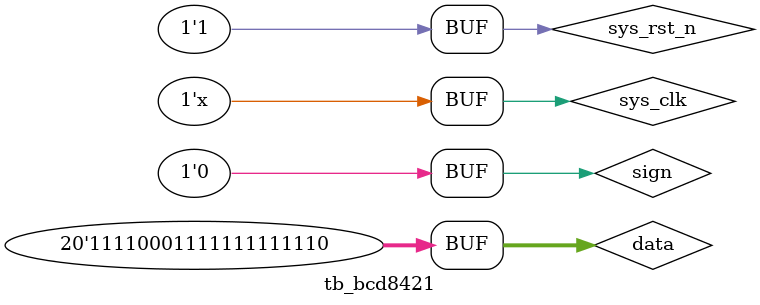
<source format=v>
`timescale 1ns/1ns
module tb_bcd8421();
reg 		sys_clk;
reg			sys_rst_n;
reg			sign;
reg  [19:0]	data;
wire [3:0]	unit;
wire [3:0]	ten;
wire [3:0]	hun;
wire [3:0]	tho;
wire [3:0]	ten_tho;
wire [3:0]	hun_hun;
wire		sign_out;


//initial
initial 
	begin
		sys_clk = 1'b1;
		sys_rst_n <= 1'b0;
		data <= 20'd0;
		sign <= 1'b1;
		#20
		sys_rst_n <= 1'b1;
		#3000
		data <= 20'd999_999;
		#3000
		data <= 20'd987_654;
		sign <= 1'b0;
		#3000
		data <= 20'd981_106;
		#2500
		sign <= 1'b1;
		data <= 20'd123_456;
		#2400
		sign <= 1'b0;
		data <= 20'd99_12_30;
		
	end

//sys_clk
always #10 sys_clk = ~sys_clk;



bcd8421
#(
	.SHIFT_MAX(5'd21)
)
bcd8421_inst
(
	.	sys_clk		(sys_clk),
	.	sys_rst_n	(sys_rst_n),
	.	data		(data),
	.	sign		(sign),
	
	.	unit		(unit),
	.	ten			(ten),
	.	hun			(hun),
	.	tho			(tho),
	.	ten_tho		(ten_tho),
	.	hun_hun	    (hun_hun),
	.	sign_out	(sign_out)
	
);


endmodule

</source>
